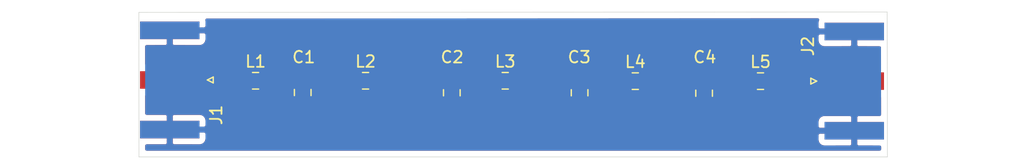
<source format=kicad_pcb>
(kicad_pcb (version 20171130) (host pcbnew "(5.1.5-0-10_14)")

  (general
    (thickness 1.6)
    (drawings 4)
    (tracks 8)
    (zones 0)
    (modules 11)
    (nets 8)
  )

  (page A4)
  (layers
    (0 F.Cu signal)
    (31 B.Cu signal)
    (32 B.Adhes user)
    (33 F.Adhes user)
    (34 B.Paste user)
    (35 F.Paste user)
    (36 B.SilkS user)
    (37 F.SilkS user)
    (38 B.Mask user)
    (39 F.Mask user)
    (40 Dwgs.User user)
    (41 Cmts.User user)
    (42 Eco1.User user)
    (43 Eco2.User user)
    (44 Edge.Cuts user)
    (45 Margin user)
    (46 B.CrtYd user)
    (47 F.CrtYd user)
    (48 B.Fab user)
    (49 F.Fab user)
  )

  (setup
    (last_trace_width 0.25)
    (trace_clearance 0.2)
    (zone_clearance 0.508)
    (zone_45_only no)
    (trace_min 0.2)
    (via_size 0.8)
    (via_drill 0.4)
    (via_min_size 0.4)
    (via_min_drill 0.3)
    (uvia_size 0.3)
    (uvia_drill 0.1)
    (uvias_allowed no)
    (uvia_min_size 0.2)
    (uvia_min_drill 0.1)
    (edge_width 0.05)
    (segment_width 0.2)
    (pcb_text_width 0.3)
    (pcb_text_size 1.5 1.5)
    (mod_edge_width 0.12)
    (mod_text_size 1 1)
    (mod_text_width 0.15)
    (pad_size 1.524 1.524)
    (pad_drill 0.762)
    (pad_to_mask_clearance 0.051)
    (solder_mask_min_width 0.25)
    (aux_axis_origin 0 0)
    (visible_elements FFFFFF7F)
    (pcbplotparams
      (layerselection 0x01000_ffffffff)
      (usegerberextensions false)
      (usegerberattributes false)
      (usegerberadvancedattributes false)
      (creategerberjobfile false)
      (excludeedgelayer true)
      (linewidth 0.100000)
      (plotframeref false)
      (viasonmask false)
      (mode 1)
      (useauxorigin false)
      (hpglpennumber 1)
      (hpglpenspeed 20)
      (hpglpendiameter 15.000000)
      (psnegative false)
      (psa4output false)
      (plotreference true)
      (plotvalue true)
      (plotinvisibletext false)
      (padsonsilk false)
      (subtractmaskfromsilk false)
      (outputformat 1)
      (mirror false)
      (drillshape 0)
      (scaleselection 1)
      (outputdirectory "../../../../../../../../Volumes/USB30FD/Conner/32.1 MHz Lowpass FIlter/"))
  )

  (net 0 "")
  (net 1 "Net-(C1-Pad1)")
  (net 2 GND)
  (net 3 "Net-(C2-Pad1)")
  (net 4 "Net-(C3-Pad1)")
  (net 5 "Net-(C4-Pad1)")
  (net 6 "Net-(J1-Pad1)")
  (net 7 "Net-(J2-Pad1)")

  (net_class Default "This is the default net class."
    (clearance 0.2)
    (trace_width 0.25)
    (via_dia 0.8)
    (via_drill 0.4)
    (uvia_dia 0.3)
    (uvia_drill 0.1)
    (add_net GND)
    (add_net "Net-(C1-Pad1)")
    (add_net "Net-(C2-Pad1)")
    (add_net "Net-(C3-Pad1)")
    (add_net "Net-(C4-Pad1)")
    (add_net "Net-(J1-Pad1)")
    (add_net "Net-(J2-Pad1)")
  )

  (module Capacitor_SMD:C_0805_2012Metric_Pad1.15x1.40mm_HandSolder (layer F.Cu) (tedit 5B36C52B) (tstamp 5E4E079B)
    (at 132.29 79.055 270)
    (descr "Capacitor SMD 0805 (2012 Metric), square (rectangular) end terminal, IPC_7351 nominal with elongated pad for handsoldering. (Body size source: https://docs.google.com/spreadsheets/d/1BsfQQcO9C6DZCsRaXUlFlo91Tg2WpOkGARC1WS5S8t0/edit?usp=sharing), generated with kicad-footprint-generator")
    (tags "capacitor handsolder")
    (path /5E4E04B0)
    (attr smd)
    (fp_text reference C1 (at -3.025 -0.09 180) (layer F.SilkS)
      (effects (font (size 1 1) (thickness 0.15)))
    )
    (fp_text value 120pF (at -4.715 -0.46 180) (layer F.Fab)
      (effects (font (size 1 1) (thickness 0.15)))
    )
    (fp_line (start -1 0.6) (end -1 -0.6) (layer F.Fab) (width 0.1))
    (fp_line (start -1 -0.6) (end 1 -0.6) (layer F.Fab) (width 0.1))
    (fp_line (start 1 -0.6) (end 1 0.6) (layer F.Fab) (width 0.1))
    (fp_line (start 1 0.6) (end -1 0.6) (layer F.Fab) (width 0.1))
    (fp_line (start -0.261252 -0.71) (end 0.261252 -0.71) (layer F.SilkS) (width 0.12))
    (fp_line (start -0.261252 0.71) (end 0.261252 0.71) (layer F.SilkS) (width 0.12))
    (fp_line (start -1.85 0.95) (end -1.85 -0.95) (layer F.CrtYd) (width 0.05))
    (fp_line (start -1.85 -0.95) (end 1.85 -0.95) (layer F.CrtYd) (width 0.05))
    (fp_line (start 1.85 -0.95) (end 1.85 0.95) (layer F.CrtYd) (width 0.05))
    (fp_line (start 1.85 0.95) (end -1.85 0.95) (layer F.CrtYd) (width 0.05))
    (fp_text user %R (at 0 0 90) (layer F.Fab)
      (effects (font (size 0.5 0.5) (thickness 0.08)))
    )
    (pad 1 smd roundrect (at -1.025 0 270) (size 1.15 1.4) (layers F.Cu F.Paste F.Mask) (roundrect_rratio 0.217391)
      (net 1 "Net-(C1-Pad1)"))
    (pad 2 smd roundrect (at 1.025 0 270) (size 1.15 1.4) (layers F.Cu F.Paste F.Mask) (roundrect_rratio 0.217391)
      (net 2 GND))
    (model ${KISYS3DMOD}/Capacitor_SMD.3dshapes/C_0805_2012Metric.wrl
      (at (xyz 0 0 0))
      (scale (xyz 1 1 1))
      (rotate (xyz 0 0 0))
    )
  )

  (module Capacitor_SMD:C_0805_2012Metric_Pad1.15x1.40mm_HandSolder (layer F.Cu) (tedit 5B36C52B) (tstamp 5E4E07AC)
    (at 145.02 79.075 270)
    (descr "Capacitor SMD 0805 (2012 Metric), square (rectangular) end terminal, IPC_7351 nominal with elongated pad for handsoldering. (Body size source: https://docs.google.com/spreadsheets/d/1BsfQQcO9C6DZCsRaXUlFlo91Tg2WpOkGARC1WS5S8t0/edit?usp=sharing), generated with kicad-footprint-generator")
    (tags "capacitor handsolder")
    (path /5E4E2C98)
    (attr smd)
    (fp_text reference C2 (at -3.045 -0.03 180) (layer F.SilkS)
      (effects (font (size 1 1) (thickness 0.15)))
    )
    (fp_text value 200pF (at -4.865 -0.03 180) (layer F.Fab)
      (effects (font (size 1 1) (thickness 0.15)))
    )
    (fp_text user %R (at 0 0 90) (layer F.Fab)
      (effects (font (size 0.5 0.5) (thickness 0.08)))
    )
    (fp_line (start 1.85 0.95) (end -1.85 0.95) (layer F.CrtYd) (width 0.05))
    (fp_line (start 1.85 -0.95) (end 1.85 0.95) (layer F.CrtYd) (width 0.05))
    (fp_line (start -1.85 -0.95) (end 1.85 -0.95) (layer F.CrtYd) (width 0.05))
    (fp_line (start -1.85 0.95) (end -1.85 -0.95) (layer F.CrtYd) (width 0.05))
    (fp_line (start -0.261252 0.71) (end 0.261252 0.71) (layer F.SilkS) (width 0.12))
    (fp_line (start -0.261252 -0.71) (end 0.261252 -0.71) (layer F.SilkS) (width 0.12))
    (fp_line (start 1 0.6) (end -1 0.6) (layer F.Fab) (width 0.1))
    (fp_line (start 1 -0.6) (end 1 0.6) (layer F.Fab) (width 0.1))
    (fp_line (start -1 -0.6) (end 1 -0.6) (layer F.Fab) (width 0.1))
    (fp_line (start -1 0.6) (end -1 -0.6) (layer F.Fab) (width 0.1))
    (pad 2 smd roundrect (at 1.025 0 270) (size 1.15 1.4) (layers F.Cu F.Paste F.Mask) (roundrect_rratio 0.217391)
      (net 2 GND))
    (pad 1 smd roundrect (at -1.025 0 270) (size 1.15 1.4) (layers F.Cu F.Paste F.Mask) (roundrect_rratio 0.217391)
      (net 3 "Net-(C2-Pad1)"))
    (model ${KISYS3DMOD}/Capacitor_SMD.3dshapes/C_0805_2012Metric.wrl
      (at (xyz 0 0 0))
      (scale (xyz 1 1 1))
      (rotate (xyz 0 0 0))
    )
  )

  (module Capacitor_SMD:C_0805_2012Metric_Pad1.15x1.40mm_HandSolder (layer F.Cu) (tedit 5B36C52B) (tstamp 5E4E07BD)
    (at 155.93 79.075 270)
    (descr "Capacitor SMD 0805 (2012 Metric), square (rectangular) end terminal, IPC_7351 nominal with elongated pad for handsoldering. (Body size source: https://docs.google.com/spreadsheets/d/1BsfQQcO9C6DZCsRaXUlFlo91Tg2WpOkGARC1WS5S8t0/edit?usp=sharing), generated with kicad-footprint-generator")
    (tags "capacitor handsolder")
    (path /5E4E3432)
    (attr smd)
    (fp_text reference C3 (at -3.045 0.03 180) (layer F.SilkS)
      (effects (font (size 1 1) (thickness 0.15)))
    )
    (fp_text value 200pF (at -4.795 -0.09 180) (layer F.Fab)
      (effects (font (size 1 1) (thickness 0.15)))
    )
    (fp_line (start -1 0.6) (end -1 -0.6) (layer F.Fab) (width 0.1))
    (fp_line (start -1 -0.6) (end 1 -0.6) (layer F.Fab) (width 0.1))
    (fp_line (start 1 -0.6) (end 1 0.6) (layer F.Fab) (width 0.1))
    (fp_line (start 1 0.6) (end -1 0.6) (layer F.Fab) (width 0.1))
    (fp_line (start -0.261252 -0.71) (end 0.261252 -0.71) (layer F.SilkS) (width 0.12))
    (fp_line (start -0.261252 0.71) (end 0.261252 0.71) (layer F.SilkS) (width 0.12))
    (fp_line (start -1.85 0.95) (end -1.85 -0.95) (layer F.CrtYd) (width 0.05))
    (fp_line (start -1.85 -0.95) (end 1.85 -0.95) (layer F.CrtYd) (width 0.05))
    (fp_line (start 1.85 -0.95) (end 1.85 0.95) (layer F.CrtYd) (width 0.05))
    (fp_line (start 1.85 0.95) (end -1.85 0.95) (layer F.CrtYd) (width 0.05))
    (fp_text user %R (at 0 0 90) (layer F.Fab)
      (effects (font (size 0.5 0.5) (thickness 0.08)))
    )
    (pad 1 smd roundrect (at -1.025 0 270) (size 1.15 1.4) (layers F.Cu F.Paste F.Mask) (roundrect_rratio 0.217391)
      (net 4 "Net-(C3-Pad1)"))
    (pad 2 smd roundrect (at 1.025 0 270) (size 1.15 1.4) (layers F.Cu F.Paste F.Mask) (roundrect_rratio 0.217391)
      (net 2 GND))
    (model ${KISYS3DMOD}/Capacitor_SMD.3dshapes/C_0805_2012Metric.wrl
      (at (xyz 0 0 0))
      (scale (xyz 1 1 1))
      (rotate (xyz 0 0 0))
    )
  )

  (module Capacitor_SMD:C_0805_2012Metric_Pad1.15x1.40mm_HandSolder (layer F.Cu) (tedit 5B36C52B) (tstamp 5E4E07CE)
    (at 166.56 79.115 270)
    (descr "Capacitor SMD 0805 (2012 Metric), square (rectangular) end terminal, IPC_7351 nominal with elongated pad for handsoldering. (Body size source: https://docs.google.com/spreadsheets/d/1BsfQQcO9C6DZCsRaXUlFlo91Tg2WpOkGARC1WS5S8t0/edit?usp=sharing), generated with kicad-footprint-generator")
    (tags "capacitor handsolder")
    (path /5E4E4116)
    (attr smd)
    (fp_text reference C4 (at -3.085 -0.06 180) (layer F.SilkS)
      (effects (font (size 1 1) (thickness 0.15)))
    )
    (fp_text value 120pF (at -4.965 -0.06 180) (layer F.Fab)
      (effects (font (size 1 1) (thickness 0.15)))
    )
    (fp_text user %R (at 0 0 90) (layer F.Fab)
      (effects (font (size 0.5 0.5) (thickness 0.08)))
    )
    (fp_line (start 1.85 0.95) (end -1.85 0.95) (layer F.CrtYd) (width 0.05))
    (fp_line (start 1.85 -0.95) (end 1.85 0.95) (layer F.CrtYd) (width 0.05))
    (fp_line (start -1.85 -0.95) (end 1.85 -0.95) (layer F.CrtYd) (width 0.05))
    (fp_line (start -1.85 0.95) (end -1.85 -0.95) (layer F.CrtYd) (width 0.05))
    (fp_line (start -0.261252 0.71) (end 0.261252 0.71) (layer F.SilkS) (width 0.12))
    (fp_line (start -0.261252 -0.71) (end 0.261252 -0.71) (layer F.SilkS) (width 0.12))
    (fp_line (start 1 0.6) (end -1 0.6) (layer F.Fab) (width 0.1))
    (fp_line (start 1 -0.6) (end 1 0.6) (layer F.Fab) (width 0.1))
    (fp_line (start -1 -0.6) (end 1 -0.6) (layer F.Fab) (width 0.1))
    (fp_line (start -1 0.6) (end -1 -0.6) (layer F.Fab) (width 0.1))
    (pad 2 smd roundrect (at 1.025 0 270) (size 1.15 1.4) (layers F.Cu F.Paste F.Mask) (roundrect_rratio 0.217391)
      (net 2 GND))
    (pad 1 smd roundrect (at -1.025 0 270) (size 1.15 1.4) (layers F.Cu F.Paste F.Mask) (roundrect_rratio 0.217391)
      (net 5 "Net-(C4-Pad1)"))
    (model ${KISYS3DMOD}/Capacitor_SMD.3dshapes/C_0805_2012Metric.wrl
      (at (xyz 0 0 0))
      (scale (xyz 1 1 1))
      (rotate (xyz 0 0 0))
    )
  )

  (module Connector_Coaxial:SMA_Amphenol_132289_EdgeMount (layer F.Cu) (tedit 5A1C1810) (tstamp 5E4E07F1)
    (at 120.94 77.98 180)
    (descr http://www.amphenolrf.com/132289.html)
    (tags SMA)
    (path /5E4DB0EF)
    (attr smd)
    (fp_text reference J1 (at -3.96 -3 90) (layer F.SilkS)
      (effects (font (size 1 1) (thickness 0.15)))
    )
    (fp_text value Conn_Coaxial (at 5 6) (layer F.Fab)
      (effects (font (size 1 1) (thickness 0.15)))
    )
    (fp_line (start -3.71 0.25) (end -3.21 0) (layer F.SilkS) (width 0.12))
    (fp_line (start -3.71 -0.25) (end -3.71 0.25) (layer F.SilkS) (width 0.12))
    (fp_line (start -3.21 0) (end -3.71 -0.25) (layer F.SilkS) (width 0.12))
    (fp_line (start 3.54 0) (end 2.54 0.75) (layer F.Fab) (width 0.1))
    (fp_line (start 2.54 -0.75) (end 3.54 0) (layer F.Fab) (width 0.1))
    (fp_text user %R (at 4.79 0 270) (layer F.Fab)
      (effects (font (size 1 1) (thickness 0.15)))
    )
    (fp_line (start 14.47 -5.58) (end -3.04 -5.58) (layer F.CrtYd) (width 0.05))
    (fp_line (start 14.47 -5.58) (end 14.47 5.58) (layer F.CrtYd) (width 0.05))
    (fp_line (start 14.47 5.58) (end -3.04 5.58) (layer F.CrtYd) (width 0.05))
    (fp_line (start -3.04 5.58) (end -3.04 -5.58) (layer F.CrtYd) (width 0.05))
    (fp_line (start 14.47 -5.58) (end -3.04 -5.58) (layer B.CrtYd) (width 0.05))
    (fp_line (start 14.47 -5.58) (end 14.47 5.58) (layer B.CrtYd) (width 0.05))
    (fp_line (start 14.47 5.58) (end -3.04 5.58) (layer B.CrtYd) (width 0.05))
    (fp_line (start -3.04 5.58) (end -3.04 -5.58) (layer B.CrtYd) (width 0.05))
    (fp_line (start 4.445 -3.81) (end 13.97 -3.81) (layer F.Fab) (width 0.1))
    (fp_line (start 13.97 -3.81) (end 13.97 3.81) (layer F.Fab) (width 0.1))
    (fp_line (start 13.97 3.81) (end 4.445 3.81) (layer F.Fab) (width 0.1))
    (fp_line (start 4.445 5.08) (end 4.445 3.81) (layer F.Fab) (width 0.1))
    (fp_line (start 4.445 -3.81) (end 4.445 -5.08) (layer F.Fab) (width 0.1))
    (fp_line (start -1.91 -5.08) (end 4.445 -5.08) (layer F.Fab) (width 0.1))
    (fp_line (start -1.91 -5.08) (end -1.91 -3.81) (layer F.Fab) (width 0.1))
    (fp_line (start -1.91 -3.81) (end 2.54 -3.81) (layer F.Fab) (width 0.1))
    (fp_line (start 2.54 -3.81) (end 2.54 3.81) (layer F.Fab) (width 0.1))
    (fp_line (start 2.54 3.81) (end -1.91 3.81) (layer F.Fab) (width 0.1))
    (fp_line (start -1.91 3.81) (end -1.91 5.08) (layer F.Fab) (width 0.1))
    (fp_line (start -1.91 5.08) (end 4.445 5.08) (layer F.Fab) (width 0.1))
    (pad 2 smd rect (at 0 4.25 270) (size 1.5 5.08) (layers B.Cu B.Paste B.Mask)
      (net 2 GND))
    (pad 2 smd rect (at 0 -4.25 270) (size 1.5 5.08) (layers B.Cu B.Paste B.Mask)
      (net 2 GND))
    (pad 2 smd rect (at 0 4.25 270) (size 1.5 5.08) (layers F.Cu F.Paste F.Mask)
      (net 2 GND))
    (pad 2 smd rect (at 0 -4.25 270) (size 1.5 5.08) (layers F.Cu F.Paste F.Mask)
      (net 2 GND))
    (pad 1 smd rect (at 0 0 270) (size 1.5 5.08) (layers F.Cu F.Paste F.Mask)
      (net 6 "Net-(J1-Pad1)"))
    (model ${KISYS3DMOD}/Connector_Coaxial.3dshapes/SMA_Amphenol_132289_EdgeMount.wrl
      (at (xyz 0 0 0))
      (scale (xyz 1 1 1))
      (rotate (xyz 0 0 0))
    )
  )

  (module Connector_Coaxial:SMA_Amphenol_132289_EdgeMount (layer F.Cu) (tedit 5A1C1810) (tstamp 5E4E0814)
    (at 179.38 78.08)
    (descr http://www.amphenolrf.com/132289.html)
    (tags SMA)
    (path /5E4E4646)
    (attr smd)
    (fp_text reference J2 (at -3.96 -3 90) (layer F.SilkS)
      (effects (font (size 1 1) (thickness 0.15)))
    )
    (fp_text value Conn_Coaxial (at 5 6) (layer F.Fab)
      (effects (font (size 1 1) (thickness 0.15)))
    )
    (fp_line (start -1.91 5.08) (end 4.445 5.08) (layer F.Fab) (width 0.1))
    (fp_line (start -1.91 3.81) (end -1.91 5.08) (layer F.Fab) (width 0.1))
    (fp_line (start 2.54 3.81) (end -1.91 3.81) (layer F.Fab) (width 0.1))
    (fp_line (start 2.54 -3.81) (end 2.54 3.81) (layer F.Fab) (width 0.1))
    (fp_line (start -1.91 -3.81) (end 2.54 -3.81) (layer F.Fab) (width 0.1))
    (fp_line (start -1.91 -5.08) (end -1.91 -3.81) (layer F.Fab) (width 0.1))
    (fp_line (start -1.91 -5.08) (end 4.445 -5.08) (layer F.Fab) (width 0.1))
    (fp_line (start 4.445 -3.81) (end 4.445 -5.08) (layer F.Fab) (width 0.1))
    (fp_line (start 4.445 5.08) (end 4.445 3.81) (layer F.Fab) (width 0.1))
    (fp_line (start 13.97 3.81) (end 4.445 3.81) (layer F.Fab) (width 0.1))
    (fp_line (start 13.97 -3.81) (end 13.97 3.81) (layer F.Fab) (width 0.1))
    (fp_line (start 4.445 -3.81) (end 13.97 -3.81) (layer F.Fab) (width 0.1))
    (fp_line (start -3.04 5.58) (end -3.04 -5.58) (layer B.CrtYd) (width 0.05))
    (fp_line (start 14.47 5.58) (end -3.04 5.58) (layer B.CrtYd) (width 0.05))
    (fp_line (start 14.47 -5.58) (end 14.47 5.58) (layer B.CrtYd) (width 0.05))
    (fp_line (start 14.47 -5.58) (end -3.04 -5.58) (layer B.CrtYd) (width 0.05))
    (fp_line (start -3.04 5.58) (end -3.04 -5.58) (layer F.CrtYd) (width 0.05))
    (fp_line (start 14.47 5.58) (end -3.04 5.58) (layer F.CrtYd) (width 0.05))
    (fp_line (start 14.47 -5.58) (end 14.47 5.58) (layer F.CrtYd) (width 0.05))
    (fp_line (start 14.47 -5.58) (end -3.04 -5.58) (layer F.CrtYd) (width 0.05))
    (fp_text user %R (at 4.79 0 270) (layer F.Fab)
      (effects (font (size 1 1) (thickness 0.15)))
    )
    (fp_line (start 2.54 -0.75) (end 3.54 0) (layer F.Fab) (width 0.1))
    (fp_line (start 3.54 0) (end 2.54 0.75) (layer F.Fab) (width 0.1))
    (fp_line (start -3.21 0) (end -3.71 -0.25) (layer F.SilkS) (width 0.12))
    (fp_line (start -3.71 -0.25) (end -3.71 0.25) (layer F.SilkS) (width 0.12))
    (fp_line (start -3.71 0.25) (end -3.21 0) (layer F.SilkS) (width 0.12))
    (pad 1 smd rect (at 0 0 90) (size 1.5 5.08) (layers F.Cu F.Paste F.Mask)
      (net 7 "Net-(J2-Pad1)"))
    (pad 2 smd rect (at 0 -4.25 90) (size 1.5 5.08) (layers F.Cu F.Paste F.Mask)
      (net 2 GND))
    (pad 2 smd rect (at 0 4.25 90) (size 1.5 5.08) (layers F.Cu F.Paste F.Mask)
      (net 2 GND))
    (pad 2 smd rect (at 0 -4.25 90) (size 1.5 5.08) (layers B.Cu B.Paste B.Mask)
      (net 2 GND))
    (pad 2 smd rect (at 0 4.25 90) (size 1.5 5.08) (layers B.Cu B.Paste B.Mask)
      (net 2 GND))
    (model ${KISYS3DMOD}/Connector_Coaxial.3dshapes/SMA_Amphenol_132289_EdgeMount.wrl
      (at (xyz 0 0 0))
      (scale (xyz 1 1 1))
      (rotate (xyz 0 0 0))
    )
  )

  (module Inductor_SMD:L_0805_2012Metric_Pad1.15x1.40mm_HandSolder (layer F.Cu) (tedit 5B36C52B) (tstamp 5E4E0825)
    (at 128.265 78.05)
    (descr "Capacitor SMD 0805 (2012 Metric), square (rectangular) end terminal, IPC_7351 nominal with elongated pad for handsoldering. (Body size source: https://docs.google.com/spreadsheets/d/1BsfQQcO9C6DZCsRaXUlFlo91Tg2WpOkGARC1WS5S8t0/edit?usp=sharing), generated with kicad-footprint-generator")
    (tags "inductor handsolder")
    (path /5E4E763A)
    (attr smd)
    (fp_text reference L1 (at 0 -1.65) (layer F.SilkS)
      (effects (font (size 1 1) (thickness 0.15)))
    )
    (fp_text value Matching (at 0 1.65) (layer F.Fab)
      (effects (font (size 1 1) (thickness 0.15)))
    )
    (fp_text user %R (at 0 0) (layer F.Fab)
      (effects (font (size 0.5 0.5) (thickness 0.08)))
    )
    (fp_line (start 1.85 0.95) (end -1.85 0.95) (layer F.CrtYd) (width 0.05))
    (fp_line (start 1.85 -0.95) (end 1.85 0.95) (layer F.CrtYd) (width 0.05))
    (fp_line (start -1.85 -0.95) (end 1.85 -0.95) (layer F.CrtYd) (width 0.05))
    (fp_line (start -1.85 0.95) (end -1.85 -0.95) (layer F.CrtYd) (width 0.05))
    (fp_line (start -0.261252 0.71) (end 0.261252 0.71) (layer F.SilkS) (width 0.12))
    (fp_line (start -0.261252 -0.71) (end 0.261252 -0.71) (layer F.SilkS) (width 0.12))
    (fp_line (start 1 0.6) (end -1 0.6) (layer F.Fab) (width 0.1))
    (fp_line (start 1 -0.6) (end 1 0.6) (layer F.Fab) (width 0.1))
    (fp_line (start -1 -0.6) (end 1 -0.6) (layer F.Fab) (width 0.1))
    (fp_line (start -1 0.6) (end -1 -0.6) (layer F.Fab) (width 0.1))
    (pad 2 smd roundrect (at 1.025 0) (size 1.15 1.4) (layers F.Cu F.Paste F.Mask) (roundrect_rratio 0.217391)
      (net 1 "Net-(C1-Pad1)"))
    (pad 1 smd roundrect (at -1.025 0) (size 1.15 1.4) (layers F.Cu F.Paste F.Mask) (roundrect_rratio 0.217391)
      (net 6 "Net-(J1-Pad1)"))
    (model ${KISYS3DMOD}/Inductor_SMD.3dshapes/L_0805_2012Metric.wrl
      (at (xyz 0 0 0))
      (scale (xyz 1 1 1))
      (rotate (xyz 0 0 0))
    )
  )

  (module Inductor_SMD:L_0805_2012Metric_Pad1.15x1.40mm_HandSolder (layer F.Cu) (tedit 5B36C52B) (tstamp 5E4E0836)
    (at 137.655 78.05)
    (descr "Capacitor SMD 0805 (2012 Metric), square (rectangular) end terminal, IPC_7351 nominal with elongated pad for handsoldering. (Body size source: https://docs.google.com/spreadsheets/d/1BsfQQcO9C6DZCsRaXUlFlo91Tg2WpOkGARC1WS5S8t0/edit?usp=sharing), generated with kicad-footprint-generator")
    (tags "inductor handsolder")
    (path /5E4DF0E6)
    (attr smd)
    (fp_text reference L2 (at 0 -1.65) (layer F.SilkS)
      (effects (font (size 1 1) (thickness 0.15)))
    )
    (fp_text value 360nH (at 0 1.65) (layer F.Fab)
      (effects (font (size 1 1) (thickness 0.15)))
    )
    (fp_line (start -1 0.6) (end -1 -0.6) (layer F.Fab) (width 0.1))
    (fp_line (start -1 -0.6) (end 1 -0.6) (layer F.Fab) (width 0.1))
    (fp_line (start 1 -0.6) (end 1 0.6) (layer F.Fab) (width 0.1))
    (fp_line (start 1 0.6) (end -1 0.6) (layer F.Fab) (width 0.1))
    (fp_line (start -0.261252 -0.71) (end 0.261252 -0.71) (layer F.SilkS) (width 0.12))
    (fp_line (start -0.261252 0.71) (end 0.261252 0.71) (layer F.SilkS) (width 0.12))
    (fp_line (start -1.85 0.95) (end -1.85 -0.95) (layer F.CrtYd) (width 0.05))
    (fp_line (start -1.85 -0.95) (end 1.85 -0.95) (layer F.CrtYd) (width 0.05))
    (fp_line (start 1.85 -0.95) (end 1.85 0.95) (layer F.CrtYd) (width 0.05))
    (fp_line (start 1.85 0.95) (end -1.85 0.95) (layer F.CrtYd) (width 0.05))
    (fp_text user %R (at 0 0) (layer F.Fab)
      (effects (font (size 0.5 0.5) (thickness 0.08)))
    )
    (pad 1 smd roundrect (at -1.025 0) (size 1.15 1.4) (layers F.Cu F.Paste F.Mask) (roundrect_rratio 0.217391)
      (net 1 "Net-(C1-Pad1)"))
    (pad 2 smd roundrect (at 1.025 0) (size 1.15 1.4) (layers F.Cu F.Paste F.Mask) (roundrect_rratio 0.217391)
      (net 3 "Net-(C2-Pad1)"))
    (model ${KISYS3DMOD}/Inductor_SMD.3dshapes/L_0805_2012Metric.wrl
      (at (xyz 0 0 0))
      (scale (xyz 1 1 1))
      (rotate (xyz 0 0 0))
    )
  )

  (module Inductor_SMD:L_0805_2012Metric_Pad1.15x1.40mm_HandSolder (layer F.Cu) (tedit 5B36C52B) (tstamp 5E4E0847)
    (at 149.58 78.05)
    (descr "Capacitor SMD 0805 (2012 Metric), square (rectangular) end terminal, IPC_7351 nominal with elongated pad for handsoldering. (Body size source: https://docs.google.com/spreadsheets/d/1BsfQQcO9C6DZCsRaXUlFlo91Tg2WpOkGARC1WS5S8t0/edit?usp=sharing), generated with kicad-footprint-generator")
    (tags "inductor handsolder")
    (path /5E4E2C92)
    (attr smd)
    (fp_text reference L3 (at 0 -1.65) (layer F.SilkS)
      (effects (font (size 1 1) (thickness 0.15)))
    )
    (fp_text value 390pF (at 0 1.65) (layer F.Fab)
      (effects (font (size 1 1) (thickness 0.15)))
    )
    (fp_text user %R (at 0 0) (layer F.Fab)
      (effects (font (size 0.5 0.5) (thickness 0.08)))
    )
    (fp_line (start 1.85 0.95) (end -1.85 0.95) (layer F.CrtYd) (width 0.05))
    (fp_line (start 1.85 -0.95) (end 1.85 0.95) (layer F.CrtYd) (width 0.05))
    (fp_line (start -1.85 -0.95) (end 1.85 -0.95) (layer F.CrtYd) (width 0.05))
    (fp_line (start -1.85 0.95) (end -1.85 -0.95) (layer F.CrtYd) (width 0.05))
    (fp_line (start -0.261252 0.71) (end 0.261252 0.71) (layer F.SilkS) (width 0.12))
    (fp_line (start -0.261252 -0.71) (end 0.261252 -0.71) (layer F.SilkS) (width 0.12))
    (fp_line (start 1 0.6) (end -1 0.6) (layer F.Fab) (width 0.1))
    (fp_line (start 1 -0.6) (end 1 0.6) (layer F.Fab) (width 0.1))
    (fp_line (start -1 -0.6) (end 1 -0.6) (layer F.Fab) (width 0.1))
    (fp_line (start -1 0.6) (end -1 -0.6) (layer F.Fab) (width 0.1))
    (pad 2 smd roundrect (at 1.025 0) (size 1.15 1.4) (layers F.Cu F.Paste F.Mask) (roundrect_rratio 0.217391)
      (net 4 "Net-(C3-Pad1)"))
    (pad 1 smd roundrect (at -1.025 0) (size 1.15 1.4) (layers F.Cu F.Paste F.Mask) (roundrect_rratio 0.217391)
      (net 3 "Net-(C2-Pad1)"))
    (model ${KISYS3DMOD}/Inductor_SMD.3dshapes/L_0805_2012Metric.wrl
      (at (xyz 0 0 0))
      (scale (xyz 1 1 1))
      (rotate (xyz 0 0 0))
    )
  )

  (module Inductor_SMD:L_0805_2012Metric_Pad1.15x1.40mm_HandSolder (layer F.Cu) (tedit 5B36C52B) (tstamp 5E4E0858)
    (at 160.685 78.08)
    (descr "Capacitor SMD 0805 (2012 Metric), square (rectangular) end terminal, IPC_7351 nominal with elongated pad for handsoldering. (Body size source: https://docs.google.com/spreadsheets/d/1BsfQQcO9C6DZCsRaXUlFlo91Tg2WpOkGARC1WS5S8t0/edit?usp=sharing), generated with kicad-footprint-generator")
    (tags "inductor handsolder")
    (path /5E4E342C)
    (attr smd)
    (fp_text reference L4 (at 0 -1.65) (layer F.SilkS)
      (effects (font (size 1 1) (thickness 0.15)))
    )
    (fp_text value 360pF (at 0 1.65) (layer F.Fab)
      (effects (font (size 1 1) (thickness 0.15)))
    )
    (fp_line (start -1 0.6) (end -1 -0.6) (layer F.Fab) (width 0.1))
    (fp_line (start -1 -0.6) (end 1 -0.6) (layer F.Fab) (width 0.1))
    (fp_line (start 1 -0.6) (end 1 0.6) (layer F.Fab) (width 0.1))
    (fp_line (start 1 0.6) (end -1 0.6) (layer F.Fab) (width 0.1))
    (fp_line (start -0.261252 -0.71) (end 0.261252 -0.71) (layer F.SilkS) (width 0.12))
    (fp_line (start -0.261252 0.71) (end 0.261252 0.71) (layer F.SilkS) (width 0.12))
    (fp_line (start -1.85 0.95) (end -1.85 -0.95) (layer F.CrtYd) (width 0.05))
    (fp_line (start -1.85 -0.95) (end 1.85 -0.95) (layer F.CrtYd) (width 0.05))
    (fp_line (start 1.85 -0.95) (end 1.85 0.95) (layer F.CrtYd) (width 0.05))
    (fp_line (start 1.85 0.95) (end -1.85 0.95) (layer F.CrtYd) (width 0.05))
    (fp_text user %R (at 0 0) (layer F.Fab)
      (effects (font (size 0.5 0.5) (thickness 0.08)))
    )
    (pad 1 smd roundrect (at -1.025 0) (size 1.15 1.4) (layers F.Cu F.Paste F.Mask) (roundrect_rratio 0.217391)
      (net 4 "Net-(C3-Pad1)"))
    (pad 2 smd roundrect (at 1.025 0) (size 1.15 1.4) (layers F.Cu F.Paste F.Mask) (roundrect_rratio 0.217391)
      (net 5 "Net-(C4-Pad1)"))
    (model ${KISYS3DMOD}/Inductor_SMD.3dshapes/L_0805_2012Metric.wrl
      (at (xyz 0 0 0))
      (scale (xyz 1 1 1))
      (rotate (xyz 0 0 0))
    )
  )

  (module Inductor_SMD:L_0805_2012Metric_Pad1.15x1.40mm_HandSolder (layer F.Cu) (tedit 5B36C52B) (tstamp 5E4E0869)
    (at 171.375 78.08)
    (descr "Capacitor SMD 0805 (2012 Metric), square (rectangular) end terminal, IPC_7351 nominal with elongated pad for handsoldering. (Body size source: https://docs.google.com/spreadsheets/d/1BsfQQcO9C6DZCsRaXUlFlo91Tg2WpOkGARC1WS5S8t0/edit?usp=sharing), generated with kicad-footprint-generator")
    (tags "inductor handsolder")
    (path /5E4E8526)
    (attr smd)
    (fp_text reference L5 (at 0 -1.65) (layer F.SilkS)
      (effects (font (size 1 1) (thickness 0.15)))
    )
    (fp_text value Matching (at 0 1.65) (layer F.Fab)
      (effects (font (size 1 1) (thickness 0.15)))
    )
    (fp_line (start -1 0.6) (end -1 -0.6) (layer F.Fab) (width 0.1))
    (fp_line (start -1 -0.6) (end 1 -0.6) (layer F.Fab) (width 0.1))
    (fp_line (start 1 -0.6) (end 1 0.6) (layer F.Fab) (width 0.1))
    (fp_line (start 1 0.6) (end -1 0.6) (layer F.Fab) (width 0.1))
    (fp_line (start -0.261252 -0.71) (end 0.261252 -0.71) (layer F.SilkS) (width 0.12))
    (fp_line (start -0.261252 0.71) (end 0.261252 0.71) (layer F.SilkS) (width 0.12))
    (fp_line (start -1.85 0.95) (end -1.85 -0.95) (layer F.CrtYd) (width 0.05))
    (fp_line (start -1.85 -0.95) (end 1.85 -0.95) (layer F.CrtYd) (width 0.05))
    (fp_line (start 1.85 -0.95) (end 1.85 0.95) (layer F.CrtYd) (width 0.05))
    (fp_line (start 1.85 0.95) (end -1.85 0.95) (layer F.CrtYd) (width 0.05))
    (fp_text user %R (at 0 0) (layer F.Fab)
      (effects (font (size 0.5 0.5) (thickness 0.08)))
    )
    (pad 1 smd roundrect (at -1.025 0) (size 1.15 1.4) (layers F.Cu F.Paste F.Mask) (roundrect_rratio 0.217391)
      (net 5 "Net-(C4-Pad1)"))
    (pad 2 smd roundrect (at 1.025 0) (size 1.15 1.4) (layers F.Cu F.Paste F.Mask) (roundrect_rratio 0.217391)
      (net 7 "Net-(J2-Pad1)"))
    (model ${KISYS3DMOD}/Inductor_SMD.3dshapes/L_0805_2012Metric.wrl
      (at (xyz 0 0 0))
      (scale (xyz 1 1 1))
      (rotate (xyz 0 0 0))
    )
  )

  (gr_line (start 182.19 72.16) (end 118.3 72.19) (layer Edge.Cuts) (width 0.05))
  (gr_line (start 182.21 84.57) (end 182.19 72.16) (layer Edge.Cuts) (width 0.05))
  (gr_line (start 118.31 84.57) (end 182.21 84.57) (layer Edge.Cuts) (width 0.05))
  (gr_line (start 118.3 72.21) (end 118.31 84.57) (layer Edge.Cuts) (width 0.05))

  (segment (start 129.29 78.05) (end 136.63 78.05) (width 0.25) (layer F.Cu) (net 1) (status 30))
  (segment (start 138.68 78.05) (end 148.555 78.05) (width 0.25) (layer F.Cu) (net 3) (status 30))
  (segment (start 159.63 78.05) (end 159.66 78.08) (width 0.25) (layer F.Cu) (net 4) (status 30))
  (segment (start 150.605 78.05) (end 159.63 78.05) (width 0.25) (layer F.Cu) (net 4) (status 30))
  (segment (start 161.71 78.08) (end 170.35 78.08) (width 0.25) (layer F.Cu) (net 5) (status 30))
  (segment (start 127.17 77.98) (end 127.24 78.05) (width 0.25) (layer F.Cu) (net 6) (status 30))
  (segment (start 120.94 77.98) (end 127.17 77.98) (width 0.25) (layer F.Cu) (net 6) (status 30))
  (segment (start 172.4 78.08) (end 179.38 78.08) (width 0.25) (layer F.Cu) (net 7) (status 30))

  (zone (net 2) (net_name GND) (layer F.Cu) (tstamp 5E4E101F) (hatch edge 0.508)
    (connect_pads (clearance 0.508))
    (min_thickness 0.254)
    (fill yes (arc_segments 32) (thermal_gap 0.508) (thermal_bridge_width 0.508))
    (polygon
      (pts
        (xy 182.2 84.55) (xy 118.29 84.47) (xy 118.25 72.07) (xy 182.13 72.07)
      )
    )
    (filled_polygon
      (pts
        (xy 126.094528 78.839851) (xy 126.176595 78.993387) (xy 126.287038 79.127962) (xy 126.421613 79.238405) (xy 126.575149 79.320472)
        (xy 126.741745 79.371008) (xy 126.914999 79.388072) (xy 127.565001 79.388072) (xy 127.738255 79.371008) (xy 127.904851 79.320472)
        (xy 128.058387 79.238405) (xy 128.192962 79.127962) (xy 128.265 79.040184) (xy 128.337038 79.127962) (xy 128.471613 79.238405)
        (xy 128.625149 79.320472) (xy 128.791745 79.371008) (xy 128.964999 79.388072) (xy 129.615001 79.388072) (xy 129.788255 79.371008)
        (xy 129.954851 79.320472) (xy 130.108387 79.238405) (xy 130.242962 79.127962) (xy 130.353405 78.993387) (xy 130.435472 78.839851)
        (xy 130.444527 78.81) (xy 131.081077 78.81) (xy 131.101595 78.848387) (xy 131.212038 78.982962) (xy 131.218594 78.988342)
        (xy 131.138815 79.053815) (xy 131.059463 79.150506) (xy 131.000498 79.26082) (xy 130.964188 79.380518) (xy 130.951928 79.505)
        (xy 130.955 79.79425) (xy 131.11375 79.953) (xy 132.163 79.953) (xy 132.163 79.933) (xy 132.417 79.933)
        (xy 132.417 79.953) (xy 133.46625 79.953) (xy 133.625 79.79425) (xy 133.628072 79.505) (xy 133.615812 79.380518)
        (xy 133.579502 79.26082) (xy 133.520537 79.150506) (xy 133.441185 79.053815) (xy 133.361406 78.988342) (xy 133.367962 78.982962)
        (xy 133.478405 78.848387) (xy 133.498923 78.81) (xy 135.475473 78.81) (xy 135.484528 78.839851) (xy 135.566595 78.993387)
        (xy 135.677038 79.127962) (xy 135.811613 79.238405) (xy 135.965149 79.320472) (xy 136.131745 79.371008) (xy 136.304999 79.388072)
        (xy 136.955001 79.388072) (xy 137.128255 79.371008) (xy 137.294851 79.320472) (xy 137.448387 79.238405) (xy 137.582962 79.127962)
        (xy 137.655 79.040184) (xy 137.727038 79.127962) (xy 137.861613 79.238405) (xy 138.015149 79.320472) (xy 138.181745 79.371008)
        (xy 138.354999 79.388072) (xy 139.005001 79.388072) (xy 139.178255 79.371008) (xy 139.344851 79.320472) (xy 139.498387 79.238405)
        (xy 139.632962 79.127962) (xy 139.743405 78.993387) (xy 139.825472 78.839851) (xy 139.834527 78.81) (xy 143.800386 78.81)
        (xy 143.831595 78.868387) (xy 143.942038 79.002962) (xy 143.948594 79.008342) (xy 143.868815 79.073815) (xy 143.789463 79.170506)
        (xy 143.730498 79.28082) (xy 143.694188 79.400518) (xy 143.681928 79.525) (xy 143.685 79.81425) (xy 143.84375 79.973)
        (xy 144.893 79.973) (xy 144.893 79.953) (xy 145.147 79.953) (xy 145.147 79.973) (xy 146.19625 79.973)
        (xy 146.355 79.81425) (xy 146.358072 79.525) (xy 146.345812 79.400518) (xy 146.309502 79.28082) (xy 146.250537 79.170506)
        (xy 146.171185 79.073815) (xy 146.091406 79.008342) (xy 146.097962 79.002962) (xy 146.208405 78.868387) (xy 146.239614 78.81)
        (xy 147.400473 78.81) (xy 147.409528 78.839851) (xy 147.491595 78.993387) (xy 147.602038 79.127962) (xy 147.736613 79.238405)
        (xy 147.890149 79.320472) (xy 148.056745 79.371008) (xy 148.229999 79.388072) (xy 148.880001 79.388072) (xy 149.053255 79.371008)
        (xy 149.219851 79.320472) (xy 149.373387 79.238405) (xy 149.507962 79.127962) (xy 149.58 79.040184) (xy 149.652038 79.127962)
        (xy 149.786613 79.238405) (xy 149.940149 79.320472) (xy 150.106745 79.371008) (xy 150.279999 79.388072) (xy 150.930001 79.388072)
        (xy 151.103255 79.371008) (xy 151.269851 79.320472) (xy 151.423387 79.238405) (xy 151.557962 79.127962) (xy 151.668405 78.993387)
        (xy 151.750472 78.839851) (xy 151.759527 78.81) (xy 154.710386 78.81) (xy 154.741595 78.868387) (xy 154.852038 79.002962)
        (xy 154.858594 79.008342) (xy 154.778815 79.073815) (xy 154.699463 79.170506) (xy 154.640498 79.28082) (xy 154.604188 79.400518)
        (xy 154.591928 79.525) (xy 154.595 79.81425) (xy 154.75375 79.973) (xy 155.803 79.973) (xy 155.803 79.953)
        (xy 156.057 79.953) (xy 156.057 79.973) (xy 157.10625 79.973) (xy 157.265 79.81425) (xy 157.268072 79.525)
        (xy 157.255812 79.400518) (xy 157.219502 79.28082) (xy 157.160537 79.170506) (xy 157.081185 79.073815) (xy 157.001406 79.008342)
        (xy 157.007962 79.002962) (xy 157.118405 78.868387) (xy 157.149614 78.81) (xy 158.496373 78.81) (xy 158.514528 78.869851)
        (xy 158.596595 79.023387) (xy 158.707038 79.157962) (xy 158.841613 79.268405) (xy 158.995149 79.350472) (xy 159.161745 79.401008)
        (xy 159.334999 79.418072) (xy 159.985001 79.418072) (xy 160.158255 79.401008) (xy 160.324851 79.350472) (xy 160.478387 79.268405)
        (xy 160.612962 79.157962) (xy 160.685 79.070184) (xy 160.757038 79.157962) (xy 160.891613 79.268405) (xy 161.045149 79.350472)
        (xy 161.211745 79.401008) (xy 161.384999 79.418072) (xy 162.035001 79.418072) (xy 162.208255 79.401008) (xy 162.374851 79.350472)
        (xy 162.528387 79.268405) (xy 162.662962 79.157962) (xy 162.773405 79.023387) (xy 162.855472 78.869851) (xy 162.864527 78.84)
        (xy 165.335041 78.84) (xy 165.371595 78.908387) (xy 165.482038 79.042962) (xy 165.488594 79.048342) (xy 165.408815 79.113815)
        (xy 165.329463 79.210506) (xy 165.270498 79.32082) (xy 165.234188 79.440518) (xy 165.221928 79.565) (xy 165.225 79.85425)
        (xy 165.38375 80.013) (xy 166.433 80.013) (xy 166.433 79.993) (xy 166.687 79.993) (xy 166.687 80.013)
        (xy 167.73625 80.013) (xy 167.895 79.85425) (xy 167.898072 79.565) (xy 167.885812 79.440518) (xy 167.849502 79.32082)
        (xy 167.790537 79.210506) (xy 167.711185 79.113815) (xy 167.631406 79.048342) (xy 167.637962 79.042962) (xy 167.748405 78.908387)
        (xy 167.784959 78.84) (xy 169.195473 78.84) (xy 169.204528 78.869851) (xy 169.286595 79.023387) (xy 169.397038 79.157962)
        (xy 169.531613 79.268405) (xy 169.685149 79.350472) (xy 169.851745 79.401008) (xy 170.024999 79.418072) (xy 170.675001 79.418072)
        (xy 170.848255 79.401008) (xy 171.014851 79.350472) (xy 171.168387 79.268405) (xy 171.302962 79.157962) (xy 171.375 79.070184)
        (xy 171.447038 79.157962) (xy 171.581613 79.268405) (xy 171.735149 79.350472) (xy 171.901745 79.401008) (xy 172.074999 79.418072)
        (xy 172.725001 79.418072) (xy 172.898255 79.401008) (xy 173.064851 79.350472) (xy 173.218387 79.268405) (xy 173.352962 79.157962)
        (xy 173.463405 79.023387) (xy 173.545472 78.869851) (xy 173.554527 78.84) (xy 176.202913 78.84) (xy 176.214188 78.954482)
        (xy 176.250498 79.07418) (xy 176.309463 79.184494) (xy 176.388815 79.281185) (xy 176.485506 79.360537) (xy 176.59582 79.419502)
        (xy 176.715518 79.455812) (xy 176.84 79.468072) (xy 181.541778 79.468072) (xy 181.544154 80.94244) (xy 179.66575 80.945)
        (xy 179.507 81.10375) (xy 179.507 82.203) (xy 179.527 82.203) (xy 179.527 82.457) (xy 179.507 82.457)
        (xy 179.507 83.55625) (xy 179.66575 83.715) (xy 181.548626 83.717566) (xy 181.548936 83.91) (xy 118.969466 83.91)
        (xy 118.969229 83.617296) (xy 120.65425 83.615) (xy 120.813 83.45625) (xy 120.813 82.357) (xy 121.067 82.357)
        (xy 121.067 83.45625) (xy 121.22575 83.615) (xy 123.48 83.618072) (xy 123.604482 83.605812) (xy 123.72418 83.569502)
        (xy 123.834494 83.510537) (xy 123.931185 83.431185) (xy 124.010537 83.334494) (xy 124.069502 83.22418) (xy 124.105812 83.104482)
        (xy 124.108223 83.08) (xy 176.201928 83.08) (xy 176.214188 83.204482) (xy 176.250498 83.32418) (xy 176.309463 83.434494)
        (xy 176.388815 83.531185) (xy 176.485506 83.610537) (xy 176.59582 83.669502) (xy 176.715518 83.705812) (xy 176.84 83.718072)
        (xy 179.09425 83.715) (xy 179.253 83.55625) (xy 179.253 82.457) (xy 176.36375 82.457) (xy 176.205 82.61575)
        (xy 176.201928 83.08) (xy 124.108223 83.08) (xy 124.118072 82.98) (xy 124.115 82.51575) (xy 123.95625 82.357)
        (xy 121.067 82.357) (xy 120.813 82.357) (xy 120.793 82.357) (xy 120.793 82.103) (xy 120.813 82.103)
        (xy 120.813 81.00375) (xy 121.067 81.00375) (xy 121.067 82.103) (xy 123.95625 82.103) (xy 124.115 81.94425)
        (xy 124.11741 81.58) (xy 176.201928 81.58) (xy 176.205 82.04425) (xy 176.36375 82.203) (xy 179.253 82.203)
        (xy 179.253 81.10375) (xy 179.09425 80.945) (xy 176.84 80.941928) (xy 176.715518 80.954188) (xy 176.59582 80.990498)
        (xy 176.485506 81.049463) (xy 176.388815 81.128815) (xy 176.309463 81.225506) (xy 176.250498 81.33582) (xy 176.214188 81.455518)
        (xy 176.201928 81.58) (xy 124.11741 81.58) (xy 124.118072 81.48) (xy 124.105812 81.355518) (xy 124.069502 81.23582)
        (xy 124.010537 81.125506) (xy 123.931185 81.028815) (xy 123.834494 80.949463) (xy 123.72418 80.890498) (xy 123.604482 80.854188)
        (xy 123.48 80.841928) (xy 121.22575 80.845) (xy 121.067 81.00375) (xy 120.813 81.00375) (xy 120.65425 80.845)
        (xy 118.966984 80.842701) (xy 118.966833 80.655) (xy 130.951928 80.655) (xy 130.964188 80.779482) (xy 131.000498 80.89918)
        (xy 131.059463 81.009494) (xy 131.138815 81.106185) (xy 131.235506 81.185537) (xy 131.34582 81.244502) (xy 131.465518 81.280812)
        (xy 131.59 81.293072) (xy 132.00425 81.29) (xy 132.163 81.13125) (xy 132.163 80.207) (xy 132.417 80.207)
        (xy 132.417 81.13125) (xy 132.57575 81.29) (xy 132.99 81.293072) (xy 133.114482 81.280812) (xy 133.23418 81.244502)
        (xy 133.344494 81.185537) (xy 133.441185 81.106185) (xy 133.520537 81.009494) (xy 133.579502 80.89918) (xy 133.615812 80.779482)
        (xy 133.626102 80.675) (xy 143.681928 80.675) (xy 143.694188 80.799482) (xy 143.730498 80.91918) (xy 143.789463 81.029494)
        (xy 143.868815 81.126185) (xy 143.965506 81.205537) (xy 144.07582 81.264502) (xy 144.195518 81.300812) (xy 144.32 81.313072)
        (xy 144.73425 81.31) (xy 144.893 81.15125) (xy 144.893 80.227) (xy 145.147 80.227) (xy 145.147 81.15125)
        (xy 145.30575 81.31) (xy 145.72 81.313072) (xy 145.844482 81.300812) (xy 145.96418 81.264502) (xy 146.074494 81.205537)
        (xy 146.171185 81.126185) (xy 146.250537 81.029494) (xy 146.309502 80.91918) (xy 146.345812 80.799482) (xy 146.358072 80.675)
        (xy 154.591928 80.675) (xy 154.604188 80.799482) (xy 154.640498 80.91918) (xy 154.699463 81.029494) (xy 154.778815 81.126185)
        (xy 154.875506 81.205537) (xy 154.98582 81.264502) (xy 155.105518 81.300812) (xy 155.23 81.313072) (xy 155.64425 81.31)
        (xy 155.803 81.15125) (xy 155.803 80.227) (xy 156.057 80.227) (xy 156.057 81.15125) (xy 156.21575 81.31)
        (xy 156.63 81.313072) (xy 156.754482 81.300812) (xy 156.87418 81.264502) (xy 156.984494 81.205537) (xy 157.081185 81.126185)
        (xy 157.160537 81.029494) (xy 157.219502 80.91918) (xy 157.255812 80.799482) (xy 157.264132 80.715) (xy 165.221928 80.715)
        (xy 165.234188 80.839482) (xy 165.270498 80.95918) (xy 165.329463 81.069494) (xy 165.408815 81.166185) (xy 165.505506 81.245537)
        (xy 165.61582 81.304502) (xy 165.735518 81.340812) (xy 165.86 81.353072) (xy 166.27425 81.35) (xy 166.433 81.19125)
        (xy 166.433 80.267) (xy 166.687 80.267) (xy 166.687 81.19125) (xy 166.84575 81.35) (xy 167.26 81.353072)
        (xy 167.384482 81.340812) (xy 167.50418 81.304502) (xy 167.614494 81.245537) (xy 167.711185 81.166185) (xy 167.790537 81.069494)
        (xy 167.849502 80.95918) (xy 167.885812 80.839482) (xy 167.898072 80.715) (xy 167.895 80.42575) (xy 167.73625 80.267)
        (xy 166.687 80.267) (xy 166.433 80.267) (xy 165.38375 80.267) (xy 165.225 80.42575) (xy 165.221928 80.715)
        (xy 157.264132 80.715) (xy 157.268072 80.675) (xy 157.265 80.38575) (xy 157.10625 80.227) (xy 156.057 80.227)
        (xy 155.803 80.227) (xy 154.75375 80.227) (xy 154.595 80.38575) (xy 154.591928 80.675) (xy 146.358072 80.675)
        (xy 146.355 80.38575) (xy 146.19625 80.227) (xy 145.147 80.227) (xy 144.893 80.227) (xy 143.84375 80.227)
        (xy 143.685 80.38575) (xy 143.681928 80.675) (xy 133.626102 80.675) (xy 133.628072 80.655) (xy 133.625 80.36575)
        (xy 133.46625 80.207) (xy 132.417 80.207) (xy 132.163 80.207) (xy 131.11375 80.207) (xy 130.955 80.36575)
        (xy 130.951928 80.655) (xy 118.966833 80.655) (xy 118.965791 79.368072) (xy 123.48 79.368072) (xy 123.604482 79.355812)
        (xy 123.72418 79.319502) (xy 123.834494 79.260537) (xy 123.931185 79.181185) (xy 124.010537 79.084494) (xy 124.069502 78.97418)
        (xy 124.105812 78.854482) (xy 124.117087 78.74) (xy 126.064239 78.74)
      )
    )
    (filled_polygon
      (pts
        (xy 176.250498 72.83582) (xy 176.214188 72.955518) (xy 176.201928 73.08) (xy 176.205 73.54425) (xy 176.36375 73.703)
        (xy 179.253 73.703) (xy 179.253 73.683) (xy 179.507 73.683) (xy 179.507 73.703) (xy 179.527 73.703)
        (xy 179.527 73.957) (xy 179.507 73.957) (xy 179.507 75.05625) (xy 179.66575 75.215) (xy 181.534927 75.217547)
        (xy 181.537303 76.691928) (xy 176.84 76.691928) (xy 176.715518 76.704188) (xy 176.59582 76.740498) (xy 176.485506 76.799463)
        (xy 176.388815 76.878815) (xy 176.309463 76.975506) (xy 176.250498 77.08582) (xy 176.214188 77.205518) (xy 176.202913 77.32)
        (xy 173.554527 77.32) (xy 173.545472 77.290149) (xy 173.463405 77.136613) (xy 173.352962 77.002038) (xy 173.218387 76.891595)
        (xy 173.064851 76.809528) (xy 172.898255 76.758992) (xy 172.725001 76.741928) (xy 172.074999 76.741928) (xy 171.901745 76.758992)
        (xy 171.735149 76.809528) (xy 171.581613 76.891595) (xy 171.447038 77.002038) (xy 171.375 77.089816) (xy 171.302962 77.002038)
        (xy 171.168387 76.891595) (xy 171.014851 76.809528) (xy 170.848255 76.758992) (xy 170.675001 76.741928) (xy 170.024999 76.741928)
        (xy 169.851745 76.758992) (xy 169.685149 76.809528) (xy 169.531613 76.891595) (xy 169.397038 77.002038) (xy 169.286595 77.136613)
        (xy 169.204528 77.290149) (xy 169.195473 77.32) (xy 167.774268 77.32) (xy 167.748405 77.271613) (xy 167.637962 77.137038)
        (xy 167.503387 77.026595) (xy 167.349851 76.944528) (xy 167.183255 76.893992) (xy 167.010001 76.876928) (xy 166.109999 76.876928)
        (xy 165.936745 76.893992) (xy 165.770149 76.944528) (xy 165.616613 77.026595) (xy 165.482038 77.137038) (xy 165.371595 77.271613)
        (xy 165.345732 77.32) (xy 162.864527 77.32) (xy 162.855472 77.290149) (xy 162.773405 77.136613) (xy 162.662962 77.002038)
        (xy 162.528387 76.891595) (xy 162.374851 76.809528) (xy 162.208255 76.758992) (xy 162.035001 76.741928) (xy 161.384999 76.741928)
        (xy 161.211745 76.758992) (xy 161.045149 76.809528) (xy 160.891613 76.891595) (xy 160.757038 77.002038) (xy 160.685 77.089816)
        (xy 160.612962 77.002038) (xy 160.478387 76.891595) (xy 160.324851 76.809528) (xy 160.158255 76.758992) (xy 159.985001 76.741928)
        (xy 159.334999 76.741928) (xy 159.161745 76.758992) (xy 158.995149 76.809528) (xy 158.841613 76.891595) (xy 158.707038 77.002038)
        (xy 158.596595 77.136613) (xy 158.514608 77.29) (xy 157.149614 77.29) (xy 157.118405 77.231613) (xy 157.007962 77.097038)
        (xy 156.873387 76.986595) (xy 156.719851 76.904528) (xy 156.553255 76.853992) (xy 156.380001 76.836928) (xy 155.479999 76.836928)
        (xy 155.306745 76.853992) (xy 155.140149 76.904528) (xy 154.986613 76.986595) (xy 154.852038 77.097038) (xy 154.741595 77.231613)
        (xy 154.710386 77.29) (xy 151.759527 77.29) (xy 151.750472 77.260149) (xy 151.668405 77.106613) (xy 151.557962 76.972038)
        (xy 151.423387 76.861595) (xy 151.269851 76.779528) (xy 151.103255 76.728992) (xy 150.930001 76.711928) (xy 150.279999 76.711928)
        (xy 150.106745 76.728992) (xy 149.940149 76.779528) (xy 149.786613 76.861595) (xy 149.652038 76.972038) (xy 149.58 77.059816)
        (xy 149.507962 76.972038) (xy 149.373387 76.861595) (xy 149.219851 76.779528) (xy 149.053255 76.728992) (xy 148.880001 76.711928)
        (xy 148.229999 76.711928) (xy 148.056745 76.728992) (xy 147.890149 76.779528) (xy 147.736613 76.861595) (xy 147.602038 76.972038)
        (xy 147.491595 77.106613) (xy 147.409528 77.260149) (xy 147.400473 77.29) (xy 146.239614 77.29) (xy 146.208405 77.231613)
        (xy 146.097962 77.097038) (xy 145.963387 76.986595) (xy 145.809851 76.904528) (xy 145.643255 76.853992) (xy 145.470001 76.836928)
        (xy 144.569999 76.836928) (xy 144.396745 76.853992) (xy 144.230149 76.904528) (xy 144.076613 76.986595) (xy 143.942038 77.097038)
        (xy 143.831595 77.231613) (xy 143.800386 77.29) (xy 139.834527 77.29) (xy 139.825472 77.260149) (xy 139.743405 77.106613)
        (xy 139.632962 76.972038) (xy 139.498387 76.861595) (xy 139.344851 76.779528) (xy 139.178255 76.728992) (xy 139.005001 76.711928)
        (xy 138.354999 76.711928) (xy 138.181745 76.728992) (xy 138.015149 76.779528) (xy 137.861613 76.861595) (xy 137.727038 76.972038)
        (xy 137.655 77.059816) (xy 137.582962 76.972038) (xy 137.448387 76.861595) (xy 137.294851 76.779528) (xy 137.128255 76.728992)
        (xy 136.955001 76.711928) (xy 136.304999 76.711928) (xy 136.131745 76.728992) (xy 135.965149 76.779528) (xy 135.811613 76.861595)
        (xy 135.677038 76.972038) (xy 135.566595 77.106613) (xy 135.484528 77.260149) (xy 135.475473 77.29) (xy 133.520304 77.29)
        (xy 133.478405 77.211613) (xy 133.367962 77.077038) (xy 133.233387 76.966595) (xy 133.079851 76.884528) (xy 132.913255 76.833992)
        (xy 132.740001 76.816928) (xy 131.839999 76.816928) (xy 131.666745 76.833992) (xy 131.500149 76.884528) (xy 131.346613 76.966595)
        (xy 131.212038 77.077038) (xy 131.101595 77.211613) (xy 131.059696 77.29) (xy 130.444527 77.29) (xy 130.435472 77.260149)
        (xy 130.353405 77.106613) (xy 130.242962 76.972038) (xy 130.108387 76.861595) (xy 129.954851 76.779528) (xy 129.788255 76.728992)
        (xy 129.615001 76.711928) (xy 128.964999 76.711928) (xy 128.791745 76.728992) (xy 128.625149 76.779528) (xy 128.471613 76.861595)
        (xy 128.337038 76.972038) (xy 128.265 77.059816) (xy 128.192962 76.972038) (xy 128.058387 76.861595) (xy 127.904851 76.779528)
        (xy 127.738255 76.728992) (xy 127.565001 76.711928) (xy 126.914999 76.711928) (xy 126.741745 76.728992) (xy 126.575149 76.779528)
        (xy 126.421613 76.861595) (xy 126.287038 76.972038) (xy 126.176595 77.106613) (xy 126.115988 77.22) (xy 124.117087 77.22)
        (xy 124.105812 77.105518) (xy 124.069502 76.98582) (xy 124.010537 76.875506) (xy 123.931185 76.778815) (xy 123.834494 76.699463)
        (xy 123.72418 76.640498) (xy 123.604482 76.604188) (xy 123.48 76.591928) (xy 118.963545 76.591928) (xy 118.962352 75.117306)
        (xy 120.65425 75.115) (xy 120.813 74.95625) (xy 120.813 73.857) (xy 121.067 73.857) (xy 121.067 74.95625)
        (xy 121.22575 75.115) (xy 123.48 75.118072) (xy 123.604482 75.105812) (xy 123.72418 75.069502) (xy 123.834494 75.010537)
        (xy 123.931185 74.931185) (xy 124.010537 74.834494) (xy 124.069502 74.72418) (xy 124.105812 74.604482) (xy 124.108223 74.58)
        (xy 176.201928 74.58) (xy 176.214188 74.704482) (xy 176.250498 74.82418) (xy 176.309463 74.934494) (xy 176.388815 75.031185)
        (xy 176.485506 75.110537) (xy 176.59582 75.169502) (xy 176.715518 75.205812) (xy 176.84 75.218072) (xy 179.09425 75.215)
        (xy 179.253 75.05625) (xy 179.253 73.957) (xy 176.36375 73.957) (xy 176.205 74.11575) (xy 176.201928 74.58)
        (xy 124.108223 74.58) (xy 124.118072 74.48) (xy 124.115 74.01575) (xy 123.95625 73.857) (xy 121.067 73.857)
        (xy 120.813 73.857) (xy 120.793 73.857) (xy 120.793 73.603) (xy 120.813 73.603) (xy 120.813 73.583)
        (xy 121.067 73.583) (xy 121.067 73.603) (xy 123.95625 73.603) (xy 124.115 73.44425) (xy 124.118072 72.98)
        (xy 124.105812 72.855518) (xy 124.103311 72.847275) (xy 176.257465 72.822785)
      )
    )
  )
  (zone (net 2) (net_name GND) (layer B.Cu) (tstamp 5E4E101C) (hatch edge 0.508)
    (connect_pads (clearance 0.508))
    (min_thickness 0.254)
    (fill yes (arc_segments 32) (thermal_gap 0.508) (thermal_bridge_width 0.508))
    (polygon
      (pts
        (xy 182.22 84.62) (xy 118.31 84.55) (xy 118.29 72.15) (xy 182.22 72.15)
      )
    )
    (filled_polygon
      (pts
        (xy 176.250498 72.83582) (xy 176.214188 72.955518) (xy 176.201928 73.08) (xy 176.205 73.54425) (xy 176.36375 73.703)
        (xy 179.253 73.703) (xy 179.253 73.683) (xy 179.507 73.683) (xy 179.507 73.703) (xy 179.527 73.703)
        (xy 179.527 73.957) (xy 179.507 73.957) (xy 179.507 75.05625) (xy 179.66575 75.215) (xy 181.534927 75.217547)
        (xy 181.544154 80.94244) (xy 179.66575 80.945) (xy 179.507 81.10375) (xy 179.507 82.203) (xy 179.527 82.203)
        (xy 179.527 82.457) (xy 179.507 82.457) (xy 179.507 83.55625) (xy 179.66575 83.715) (xy 181.548626 83.717566)
        (xy 181.548936 83.91) (xy 118.969466 83.91) (xy 118.969229 83.617296) (xy 120.65425 83.615) (xy 120.813 83.45625)
        (xy 120.813 82.357) (xy 121.067 82.357) (xy 121.067 83.45625) (xy 121.22575 83.615) (xy 123.48 83.618072)
        (xy 123.604482 83.605812) (xy 123.72418 83.569502) (xy 123.834494 83.510537) (xy 123.931185 83.431185) (xy 124.010537 83.334494)
        (xy 124.069502 83.22418) (xy 124.105812 83.104482) (xy 124.108223 83.08) (xy 176.201928 83.08) (xy 176.214188 83.204482)
        (xy 176.250498 83.32418) (xy 176.309463 83.434494) (xy 176.388815 83.531185) (xy 176.485506 83.610537) (xy 176.59582 83.669502)
        (xy 176.715518 83.705812) (xy 176.84 83.718072) (xy 179.09425 83.715) (xy 179.253 83.55625) (xy 179.253 82.457)
        (xy 176.36375 82.457) (xy 176.205 82.61575) (xy 176.201928 83.08) (xy 124.108223 83.08) (xy 124.118072 82.98)
        (xy 124.115 82.51575) (xy 123.95625 82.357) (xy 121.067 82.357) (xy 120.813 82.357) (xy 120.793 82.357)
        (xy 120.793 82.103) (xy 120.813 82.103) (xy 120.813 81.00375) (xy 121.067 81.00375) (xy 121.067 82.103)
        (xy 123.95625 82.103) (xy 124.115 81.94425) (xy 124.11741 81.58) (xy 176.201928 81.58) (xy 176.205 82.04425)
        (xy 176.36375 82.203) (xy 179.253 82.203) (xy 179.253 81.10375) (xy 179.09425 80.945) (xy 176.84 80.941928)
        (xy 176.715518 80.954188) (xy 176.59582 80.990498) (xy 176.485506 81.049463) (xy 176.388815 81.128815) (xy 176.309463 81.225506)
        (xy 176.250498 81.33582) (xy 176.214188 81.455518) (xy 176.201928 81.58) (xy 124.11741 81.58) (xy 124.118072 81.48)
        (xy 124.105812 81.355518) (xy 124.069502 81.23582) (xy 124.010537 81.125506) (xy 123.931185 81.028815) (xy 123.834494 80.949463)
        (xy 123.72418 80.890498) (xy 123.604482 80.854188) (xy 123.48 80.841928) (xy 121.22575 80.845) (xy 121.067 81.00375)
        (xy 120.813 81.00375) (xy 120.65425 80.845) (xy 118.966984 80.842701) (xy 118.962352 75.117306) (xy 120.65425 75.115)
        (xy 120.813 74.95625) (xy 120.813 73.857) (xy 121.067 73.857) (xy 121.067 74.95625) (xy 121.22575 75.115)
        (xy 123.48 75.118072) (xy 123.604482 75.105812) (xy 123.72418 75.069502) (xy 123.834494 75.010537) (xy 123.931185 74.931185)
        (xy 124.010537 74.834494) (xy 124.069502 74.72418) (xy 124.105812 74.604482) (xy 124.108223 74.58) (xy 176.201928 74.58)
        (xy 176.214188 74.704482) (xy 176.250498 74.82418) (xy 176.309463 74.934494) (xy 176.388815 75.031185) (xy 176.485506 75.110537)
        (xy 176.59582 75.169502) (xy 176.715518 75.205812) (xy 176.84 75.218072) (xy 179.09425 75.215) (xy 179.253 75.05625)
        (xy 179.253 73.957) (xy 176.36375 73.957) (xy 176.205 74.11575) (xy 176.201928 74.58) (xy 124.108223 74.58)
        (xy 124.118072 74.48) (xy 124.115 74.01575) (xy 123.95625 73.857) (xy 121.067 73.857) (xy 120.813 73.857)
        (xy 120.793 73.857) (xy 120.793 73.603) (xy 120.813 73.603) (xy 120.813 73.583) (xy 121.067 73.583)
        (xy 121.067 73.603) (xy 123.95625 73.603) (xy 124.115 73.44425) (xy 124.118072 72.98) (xy 124.105812 72.855518)
        (xy 124.103311 72.847275) (xy 176.257465 72.822785)
      )
    )
  )
)

</source>
